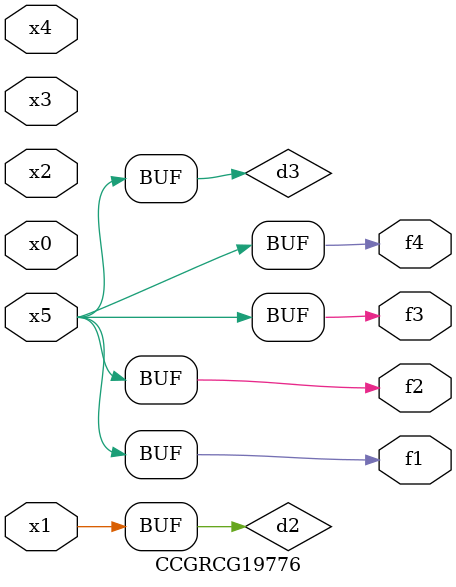
<source format=v>
module CCGRCG19776(
	input x0, x1, x2, x3, x4, x5,
	output f1, f2, f3, f4
);

	wire d1, d2, d3;

	not (d1, x5);
	or (d2, x1);
	xnor (d3, d1);
	assign f1 = d3;
	assign f2 = d3;
	assign f3 = d3;
	assign f4 = d3;
endmodule

</source>
